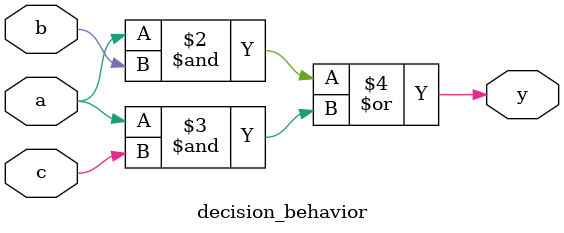
<source format=v>
module decision_behavior(a,b,c,y);
	input wire a,b,c;
	output reg y;
	always @(a,b,c)
	begin
		y=(a&b)|(a&c);
	end
endmodule

</source>
